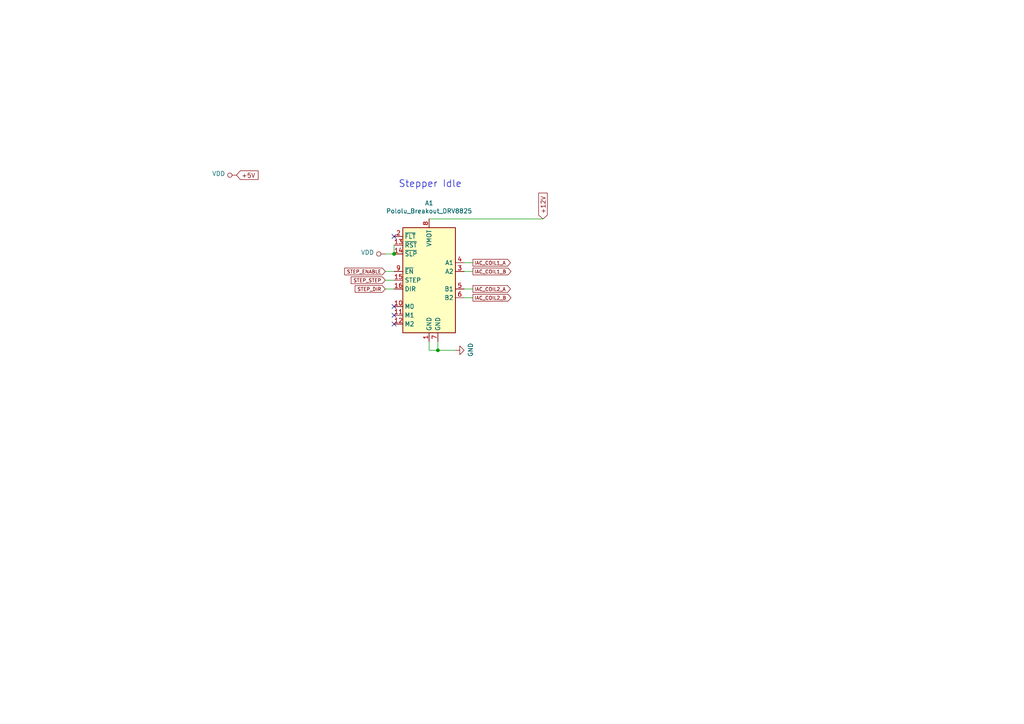
<source format=kicad_sch>
(kicad_sch (version 20231120) (generator "eeschema") (generator_version "8.0")
  (paper "A4")
  (lib_symbols
    (symbol "Driver_Motor:Pololu_Breakout_DRV8825"
      (property "Reference" "A" (at -2.54 16.51 0))
      (property "Value" "Pololu_Breakout_DRV8825" (at -2.54 13.97 0))
      (symbol "Pololu_Breakout_DRV8825_0_1"
        (rectangle (start 7.62 -17.78) (end -7.62 12.7) (stroke (width 0.254)) (fill (type background)))
      )
      (symbol "Pololu_Breakout_DRV8825_1_1"
        (pin power_in line (at 0 -20.32 90) (length 2.54) (name "GND") (number "1"))
        (pin input line (at -10.16 -10.16 0) (length 2.54) (name "M0") (number "10"))
        (pin input line (at -10.16 -12.7 0) (length 2.54) (name "M1") (number "11"))
        (pin input line (at -10.16 -15.24 0) (length 2.54) (name "M2") (number "12"))
        (pin input line (at -10.16 7.62 0) (length 2.54) (name "~{RST}") (number "13"))
        (pin input line (at -10.16 5.08 0) (length 2.54) (name "~{SLP}") (number "14"))
        (pin input line (at -10.16 -2.54 0) (length 2.54) (name "STEP") (number "15"))
        (pin input line (at -10.16 -5.08 0) (length 2.54) (name "DIR") (number "16"))
        (pin output line (at -10.16 10.16 0) (length 2.54) (name "~{FLT}") (number "2"))
        (pin output line (at 10.16 0 180) (length 2.54) (name "A2") (number "3"))
        (pin output line (at 10.16 2.54 180) (length 2.54) (name "A1") (number "4"))
        (pin output line (at 10.16 -5.08 180) (length 2.54) (name "B1") (number "5"))
        (pin output line (at 10.16 -7.62 180) (length 2.54) (name "B2") (number "6"))
        (pin power_in line (at 2.54 -20.32 90) (length 2.54) (name "GND") (number "7"))
        (pin power_in line (at 0 15.24 270) (length 2.54) (name "VMOT") (number "8"))
        (pin input line (at -10.16 0 0) (length 2.54) (name "~{EN}") (number "9"))
      )
    )
    (symbol "v0.4.4d-rescue:GND-power" (power) (pin_names (offset 0))
      (property "Value" "power_GND" (at 0 -3.81 0))
      (symbol "GND-power_0_1"
        (polyline (pts (xy 0 0) (xy 0 -1.27) (xy 1.27 -1.27) (xy 0 -2.54) (xy -1.27 -1.27) (xy 0 -1.27)))
      )
      (symbol "GND-power_1_1"
        (pin power_in line (at 0 0 270) (length 0) hide (name "GND") (number "1"))
      )
    )
    (symbol "v0.4.4d-rescue:VDD-power" (power) (pin_names (offset 0))
      (property "Value" "power_VDD" (at 0 3.81 0))
      (symbol "VDD-power_0_1"
        (polyline (pts (xy 0 0) (xy 0 1.27)))
        (circle (center 0 1.905) (radius 0.635))
      )
      (symbol "VDD-power_1_1"
        (pin power_in line (at 0 0 90) (length 0) hide (name "VDD") (number "1"))
      )
    )
  )
  (junction (at 114.3 73.66))
  (junction (at 127 101.6))
  (no_connect (at 114.3 68.58))
  (no_connect (at 114.3 88.9))
  (no_connect (at 114.3 93.98))
  (no_connect (at 114.3 91.44))
  (wire (pts (xy 111.76 78.74) (xy 114.3 78.74)))
  (wire (pts (xy 134.62 76.2) (xy 137.16 76.2)))
  (wire (pts (xy 114.3 81.28) (xy 111.76 81.28)))
  (wire (pts (xy 127 101.6) (xy 124.46 101.6)))
  (wire (pts (xy 137.16 86.36) (xy 134.62 86.36)))
  (wire (pts (xy 124.46 63.5) (xy 157.48 63.5)))
  (wire (pts (xy 124.46 101.6) (xy 124.46 99.06)))
  (wire (pts (xy 111.76 73.66) (xy 114.3 73.66)))
  (wire (pts (xy 127 99.06) (xy 127 101.6)))
  (wire (pts (xy 132.08 101.6) (xy 127 101.6)))
  (wire (pts (xy 114.3 73.66) (xy 114.3 71.12)))
  (wire (pts (xy 111.76 83.82) (xy 114.3 83.82)))
  (wire (pts (xy 134.62 83.82) (xy 137.16 83.82)))
  (wire (pts (xy 137.16 78.74) (xy 134.62 78.74)))
  (text "Stepper Idle" (at 115.57 54.61 0) (effects (font (size 1.9812 1.9812)) (justify left bottom)))
  (global_label "+5V" (shape input) (at 68.58 50.8 0) (property "Intersheetrefs" "${INTERSHEET_REFS}" (effects (hide yes))))
  (global_label "IAC_COIL2_A" (shape output) (at 137.16 83.82 0) (effects (font (size 1 1))) (property "Intersheetrefs" "${INTERSHEET_REFS}" (effects (hide yes))))
  (global_label "STEP_STEP" (shape input) (at 111.76 81.28 180) (effects (font (size 1 1))) (property "Intersheetrefs" "${INTERSHEET_REFS}" (effects (hide yes))))
  (global_label "+12V" (shape input) (at 157.48 63.5 90) (property "Intersheetrefs" "${INTERSHEET_REFS}" (effects (hide yes))))
  (global_label "IAC_COIL1_B" (shape output) (at 137.16 78.74 0) (effects (font (size 1 1))) (property "Intersheetrefs" "${INTERSHEET_REFS}" (effects (hide yes))))
  (global_label "STEP_DIR" (shape input) (at 111.76 83.82 180) (effects (font (size 1 1))) (property "Intersheetrefs" "${INTERSHEET_REFS}" (effects (hide yes))))
  (global_label "IAC_COIL1_A" (shape output) (at 137.16 76.2 0) (effects (font (size 1 1))) (property "Intersheetrefs" "${INTERSHEET_REFS}" (effects (hide yes))))
  (global_label "STEP_ENABLE" (shape input) (at 111.76 78.74 180) (effects (font (size 1 1))) (property "Intersheetrefs" "${INTERSHEET_REFS}" (effects (hide yes))))
  (global_label "IAC_COIL2_B" (shape output) (at 137.16 86.36 0) (effects (font (size 1 1))) (property "Intersheetrefs" "${INTERSHEET_REFS}" (effects (hide yes))))
  (symbol (lib_id "Driver_Motor:Pololu_Breakout_DRV8825") (at 124.46 78.74 0) (unit 1) (in_bom no)
    (property "Reference" "A1" (at 124.46 58.9026 0))
    (property "Value" "Pololu_Breakout_DRV8825" (at 124.46 61.214 0))
    (property "Footprint" "Module:Pololu_Breakout-16_15.2x20.3mm" (effects (hide yes)))
    (property "Datasheet" "https://www.pololu.com/product/2982" (effects (hide yes)))
    (property "Rot" "0" (effects (hide yes)))
  )
  (symbol (lib_id "v0.4.4d-rescue:GND-power") (at 132.08 101.6 90) (unit 1)
    (property "Reference" "#PWR07" (effects (hide yes)))
    (property "Value" "GND" (at 136.4742 101.473 0))
  )
  (symbol (lib_id "v0.4.4d-rescue:VDD-power") (at 111.76 73.66 90) (unit 1)
    (property "Reference" "#PWR06" (effects (hide yes)))
    (property "Value" "VDD" (at 108.5088 73.2282 90) (effects (justify left)))
  )
  (symbol (lib_id "v0.4.4d-rescue:VDD-power") (at 68.58 50.8 90) (unit 1)
    (property "Reference" "#PWR02" (effects (hide yes)))
    (property "Value" "VDD" (at 65.3288 50.3682 90) (effects (justify left)))
  )
)
</source>
